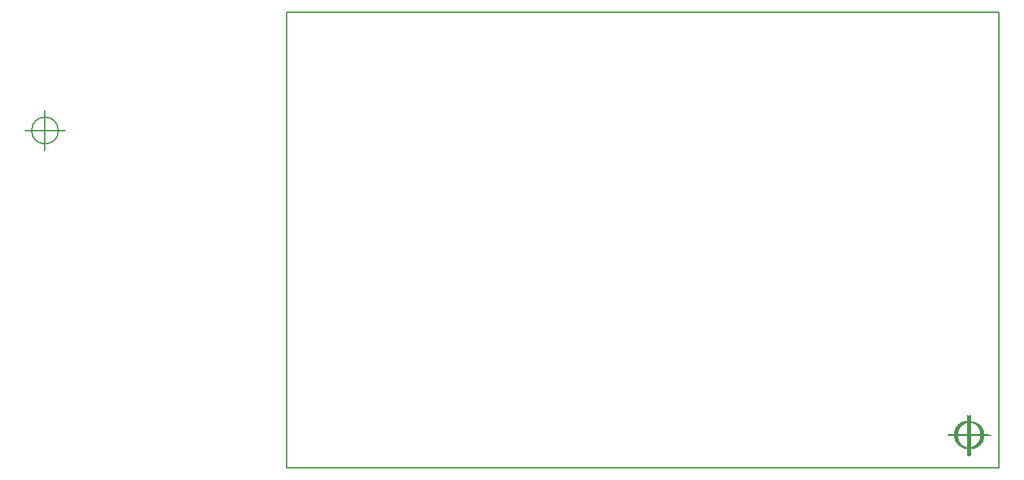
<source format=gm1>
G04 #@! TF.FileFunction,Profile,NP*
%FSLAX46Y46*%
G04 Gerber Fmt 4.6, Leading zero omitted, Abs format (unit mm)*
G04 Created by KiCad (PCBNEW 4.0.2-stable) date woensdag 06 september 2017 16:33:44*
%MOMM*%
G01*
G04 APERTURE LIST*
%ADD10C,0.100000*%
%ADD11C,0.150000*%
G04 APERTURE END LIST*
D10*
D11*
X74305000Y-97130000D02*
X74305000Y-154130000D01*
X163305000Y-154130000D02*
X163305000Y-97130000D01*
X45771666Y-111930000D02*
G75*
G03X45771666Y-111930000I-1666666J0D01*
G01*
X41605000Y-111930000D02*
X46605000Y-111930000D01*
X44105000Y-109430000D02*
X44105000Y-114430000D01*
X161401666Y-150040000D02*
G75*
G03X161401666Y-150040000I-1666666J0D01*
G01*
X157235000Y-150040000D02*
X162235000Y-150040000D01*
X159735000Y-147540000D02*
X159735000Y-152540000D01*
X161261666Y-150050000D02*
G75*
G03X161261666Y-150050000I-1666666J0D01*
G01*
X157095000Y-150050000D02*
X162095000Y-150050000D01*
X159595000Y-147550000D02*
X159595000Y-152550000D01*
X161171666Y-150050000D02*
G75*
G03X161171666Y-150050000I-1666666J0D01*
G01*
X157005000Y-150050000D02*
X162005000Y-150050000D01*
X159505000Y-147550000D02*
X159505000Y-152550000D01*
X161261666Y-150050000D02*
G75*
G03X161261666Y-150050000I-1666666J0D01*
G01*
X157095000Y-150050000D02*
X162095000Y-150050000D01*
X159595000Y-147550000D02*
X159595000Y-152550000D01*
X161061666Y-149970000D02*
G75*
G03X161061666Y-149970000I-1666666J0D01*
G01*
X156895000Y-149970000D02*
X161895000Y-149970000D01*
X159395000Y-147470000D02*
X159395000Y-152470000D01*
X74305000Y-97130000D02*
X163305000Y-97130000D01*
X163305000Y-154130000D02*
X74305000Y-154130000D01*
M02*

</source>
